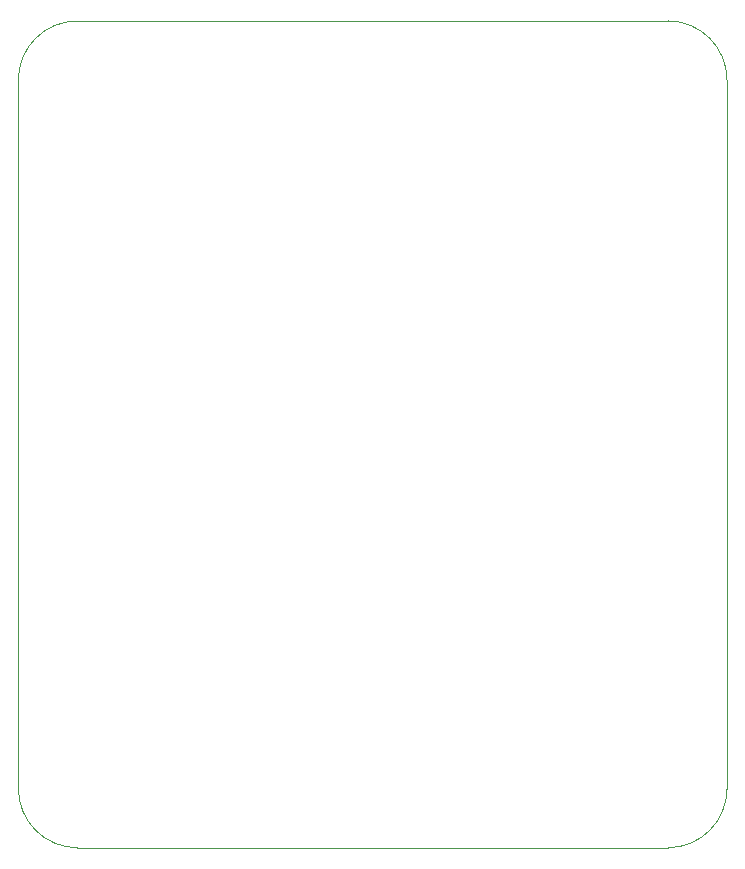
<source format=gbr>
%TF.GenerationSoftware,KiCad,Pcbnew,(6.0.4)*%
%TF.CreationDate,2022-11-12T18:53:05-06:00*%
%TF.ProjectId,Signalyzer,5369676e-616c-4797-9a65-722e6b696361,rev?*%
%TF.SameCoordinates,Original*%
%TF.FileFunction,Profile,NP*%
%FSLAX46Y46*%
G04 Gerber Fmt 4.6, Leading zero omitted, Abs format (unit mm)*
G04 Created by KiCad (PCBNEW (6.0.4)) date 2022-11-12 18:53:05*
%MOMM*%
%LPD*%
G01*
G04 APERTURE LIST*
%TA.AperFunction,Profile*%
%ADD10C,0.100000*%
%TD*%
G04 APERTURE END LIST*
D10*
X110750000Y-122000000D02*
X110750000Y-121000000D01*
X110750000Y-121000000D02*
X110750000Y-62000000D01*
X122250000Y-127000000D02*
X165750000Y-127000000D01*
X118750000Y-127000000D02*
X119250000Y-127000000D01*
X115750000Y-57000000D02*
G75*
G03*
X110750000Y-62000000I0J-5000000D01*
G01*
X110750000Y-122000000D02*
G75*
G03*
X115750000Y-127000000I5000000J0D01*
G01*
X115750000Y-127000000D02*
X118750000Y-127000000D01*
X165750000Y-57000000D02*
X115750000Y-57000000D01*
X170750000Y-62000000D02*
G75*
G03*
X165750000Y-57000000I-5000000J0D01*
G01*
X165750000Y-127000000D02*
G75*
G03*
X170750000Y-122000000I0J5000000D01*
G01*
X170750000Y-122000000D02*
X170750000Y-62000000D01*
X122250000Y-127000000D02*
X119250000Y-127000000D01*
M02*

</source>
